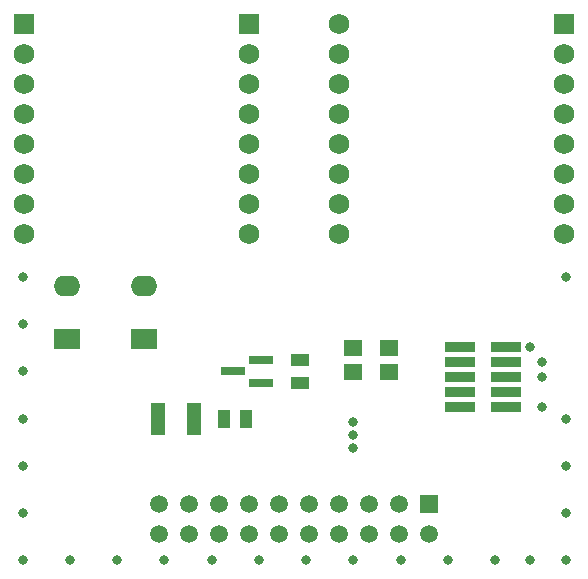
<source format=gts>
G04 Layer_Color=20142*
%FSLAX25Y25*%
%MOIN*%
G70*
G01*
G75*
%ADD28R,0.10249X0.03792*%
%ADD29R,0.06312X0.05524*%
%ADD30R,0.04343X0.05918*%
%ADD31R,0.07887X0.03162*%
%ADD32R,0.04737X0.10642*%
%ADD33R,0.05918X0.04343*%
%ADD34C,0.06800*%
%ADD35R,0.06800X0.06800*%
%ADD36O,0.08800X0.06800*%
%ADD37R,0.08800X0.06800*%
%ADD38C,0.05918*%
%ADD39R,0.05918X0.05918*%
%ADD40C,0.03162*%
D28*
X326575Y383858D02*
D03*
X311220D02*
D03*
Y378858D02*
D03*
X326575D02*
D03*
X311220Y373858D02*
D03*
X326575D02*
D03*
X311220Y388858D02*
D03*
X326575D02*
D03*
X311220Y393858D02*
D03*
X326575D02*
D03*
D29*
X287402Y385728D02*
D03*
Y393799D02*
D03*
X275590Y385728D02*
D03*
Y393799D02*
D03*
D30*
X239961Y370079D02*
D03*
X232480D02*
D03*
X239961D02*
D03*
X232480D02*
D03*
D31*
X235433Y385827D02*
D03*
X244882Y389567D02*
D03*
Y382087D02*
D03*
D32*
X210630Y370079D02*
D03*
X222441D02*
D03*
D33*
X257874Y382087D02*
D03*
Y389567D02*
D03*
Y382087D02*
D03*
Y389567D02*
D03*
D34*
X270905Y441811D02*
D03*
Y501811D02*
D03*
X240905Y431811D02*
D03*
Y491811D02*
D03*
X270905D02*
D03*
Y481811D02*
D03*
X240905D02*
D03*
Y471811D02*
D03*
X270905D02*
D03*
Y461811D02*
D03*
X240905D02*
D03*
Y451811D02*
D03*
X270905D02*
D03*
Y431811D02*
D03*
X240905Y441811D02*
D03*
X345905Y431811D02*
D03*
Y441811D02*
D03*
Y451811D02*
D03*
Y461811D02*
D03*
Y471811D02*
D03*
Y481811D02*
D03*
Y491811D02*
D03*
X165905Y431811D02*
D03*
Y441811D02*
D03*
Y451811D02*
D03*
Y461811D02*
D03*
Y471811D02*
D03*
Y481811D02*
D03*
Y491811D02*
D03*
D35*
X240905Y501811D02*
D03*
X345905D02*
D03*
X165905D02*
D03*
D36*
X180118Y414370D02*
D03*
X205709D02*
D03*
D37*
X180118Y396654D02*
D03*
X205709D02*
D03*
D38*
X240905Y331811D02*
D03*
Y341811D02*
D03*
X230906D02*
D03*
Y331811D02*
D03*
X220905D02*
D03*
Y341811D02*
D03*
X210906D02*
D03*
Y331811D02*
D03*
X250905Y341811D02*
D03*
Y331811D02*
D03*
X260906D02*
D03*
Y341811D02*
D03*
X270905D02*
D03*
Y331811D02*
D03*
X280906D02*
D03*
Y341811D02*
D03*
X290905D02*
D03*
Y331811D02*
D03*
X300905D02*
D03*
D39*
Y341811D02*
D03*
D40*
X346457Y417323D02*
D03*
Y370079D02*
D03*
Y354331D02*
D03*
Y338583D02*
D03*
Y322835D02*
D03*
X334646D02*
D03*
X322835D02*
D03*
X307087D02*
D03*
X291338D02*
D03*
X275590D02*
D03*
X259842D02*
D03*
X244094D02*
D03*
X228346D02*
D03*
X212598D02*
D03*
X196850D02*
D03*
X165354Y417323D02*
D03*
Y401575D02*
D03*
Y385827D02*
D03*
Y370079D02*
D03*
Y354331D02*
D03*
Y338583D02*
D03*
X181102Y322835D02*
D03*
X165354D02*
D03*
X338583Y388858D02*
D03*
X275590Y368898D02*
D03*
Y364567D02*
D03*
Y360236D02*
D03*
X338583Y373858D02*
D03*
Y383858D02*
D03*
X334646Y393858D02*
D03*
M02*

</source>
